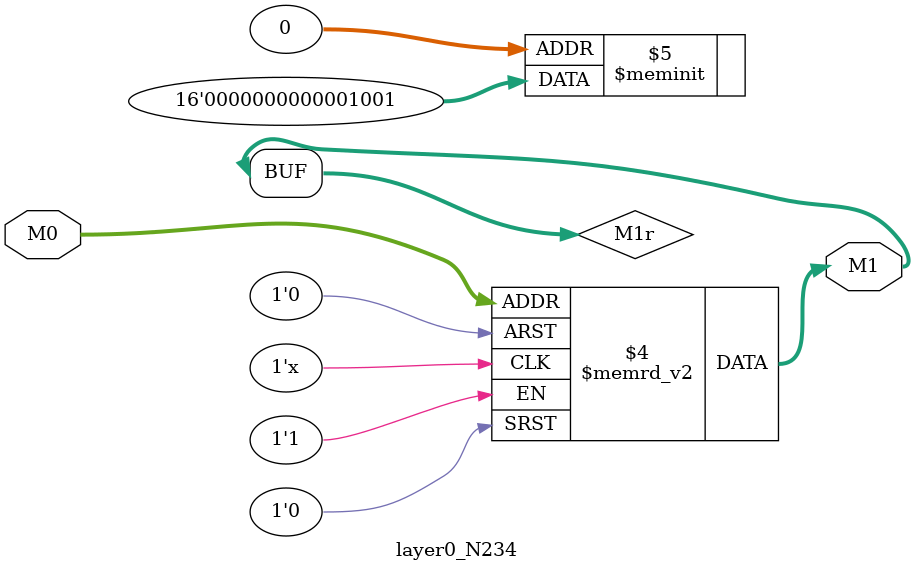
<source format=v>
module layer0_N234 ( input [2:0] M0, output [1:0] M1 );

	(*rom_style = "distributed" *) reg [1:0] M1r;
	assign M1 = M1r;
	always @ (M0) begin
		case (M0)
			3'b000: M1r = 2'b01;
			3'b100: M1r = 2'b00;
			3'b010: M1r = 2'b00;
			3'b110: M1r = 2'b00;
			3'b001: M1r = 2'b10;
			3'b101: M1r = 2'b00;
			3'b011: M1r = 2'b00;
			3'b111: M1r = 2'b00;

		endcase
	end
endmodule

</source>
